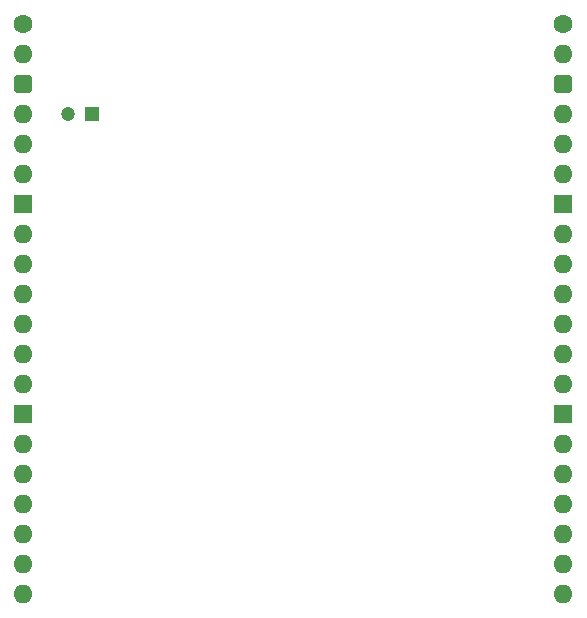
<source format=gbs>
%TF.GenerationSoftware,KiCad,Pcbnew,7.0.5*%
%TF.CreationDate,2024-05-16T20:40:16+02:00*%
%TF.ProjectId,Hex LCD Device,48657820-4c43-4442-9044-65766963652e,V1*%
%TF.SameCoordinates,PX54c81a0PY37b6b20*%
%TF.FileFunction,Soldermask,Bot*%
%TF.FilePolarity,Negative*%
%FSLAX46Y46*%
G04 Gerber Fmt 4.6, Leading zero omitted, Abs format (unit mm)*
G04 Created by KiCad (PCBNEW 7.0.5) date 2024-05-16 20:40:16*
%MOMM*%
%LPD*%
G01*
G04 APERTURE LIST*
G04 Aperture macros list*
%AMRoundRect*
0 Rectangle with rounded corners*
0 $1 Rounding radius*
0 $2 $3 $4 $5 $6 $7 $8 $9 X,Y pos of 4 corners*
0 Add a 4 corners polygon primitive as box body*
4,1,4,$2,$3,$4,$5,$6,$7,$8,$9,$2,$3,0*
0 Add four circle primitives for the rounded corners*
1,1,$1+$1,$2,$3*
1,1,$1+$1,$4,$5*
1,1,$1+$1,$6,$7*
1,1,$1+$1,$8,$9*
0 Add four rect primitives between the rounded corners*
20,1,$1+$1,$2,$3,$4,$5,0*
20,1,$1+$1,$4,$5,$6,$7,0*
20,1,$1+$1,$6,$7,$8,$9,0*
20,1,$1+$1,$8,$9,$2,$3,0*%
G04 Aperture macros list end*
%ADD10C,1.600000*%
%ADD11O,1.600000X1.600000*%
%ADD12RoundRect,0.400000X-0.400000X-0.400000X0.400000X-0.400000X0.400000X0.400000X-0.400000X0.400000X0*%
%ADD13R,1.600000X1.600000*%
%ADD14R,1.200000X1.200000*%
%ADD15C,1.200000*%
G04 APERTURE END LIST*
D10*
%TO.C,J1*%
X0Y0D03*
D11*
X0Y-2540000D03*
D12*
X0Y-5080000D03*
D11*
X0Y-7620000D03*
X0Y-10160000D03*
X0Y-12700000D03*
D13*
X0Y-15240000D03*
D11*
X0Y-17780000D03*
X0Y-20320000D03*
X0Y-22860000D03*
X0Y-25400000D03*
X0Y-27940000D03*
X0Y-30480000D03*
D13*
X0Y-33020000D03*
D11*
X0Y-35560000D03*
X0Y-38100000D03*
X0Y-40640000D03*
X0Y-43180000D03*
X0Y-45720000D03*
X0Y-48260000D03*
%TD*%
D10*
%TO.C,J2*%
X45720000Y0D03*
D11*
X45720000Y-2540000D03*
D12*
X45720000Y-5080000D03*
D11*
X45720000Y-7620000D03*
X45720000Y-10160000D03*
X45720000Y-12700000D03*
D13*
X45720000Y-15240000D03*
D11*
X45720000Y-17780000D03*
X45720000Y-20320000D03*
X45720000Y-22860000D03*
X45720000Y-25400000D03*
X45720000Y-27940000D03*
X45720000Y-30480000D03*
D13*
X45720000Y-33020000D03*
D11*
X45720000Y-35560000D03*
X45720000Y-38100000D03*
X45720000Y-40640000D03*
X45720000Y-43180000D03*
X45720000Y-45720000D03*
X45720000Y-48260000D03*
%TD*%
D14*
%TO.C,C13*%
X5784600Y-7595000D03*
D15*
X3784600Y-7595000D03*
%TD*%
M02*

</source>
